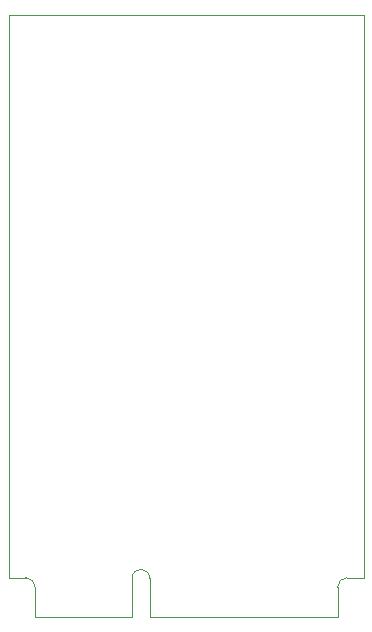
<source format=gbr>
G04 #@! TF.GenerationSoftware,KiCad,Pcbnew,5.1.5+dfsg1-2build2*
G04 #@! TF.CreationDate,2021-01-22T19:49:40+11:00*
G04 #@! TF.ProjectId,mPCIe-GNSS,6d504349-652d-4474-9e53-532e6b696361,1*
G04 #@! TF.SameCoordinates,Original*
G04 #@! TF.FileFunction,Other,Comment*
%FSLAX46Y46*%
G04 Gerber Fmt 4.6, Leading zero omitted, Abs format (unit mm)*
G04 Created by KiCad (PCBNEW 5.1.5+dfsg1-2build2) date 2021-01-22 19:49:40*
%MOMM*%
%LPD*%
G04 APERTURE LIST*
G04 #@! TA.AperFunction,Profile*
%ADD10C,0.050000*%
G04 #@! TD*
G04 APERTURE END LIST*
D10*
G04 #@! TO.C,PC1*
X132600000Y-126750000D02*
G75*
G02X134100000Y-126750000I750000J0D01*
G01*
X123600000Y-126700000D02*
G75*
G02X124400000Y-127500000I0J-800000D01*
G01*
X150800000Y-126700000D02*
G75*
G03X150000000Y-127500000I0J-800000D01*
G01*
X134100000Y-130000000D02*
X134100000Y-126750000D01*
X124400000Y-130000000D02*
X124400000Y-127500000D01*
X122200000Y-126700000D02*
X123600000Y-126700000D01*
X150000000Y-130000000D02*
X150000000Y-127500000D01*
X150800000Y-126700000D02*
X152200000Y-126700000D01*
X132600000Y-130000000D02*
X124400000Y-130000000D01*
X122200000Y-79050000D02*
X152200000Y-79050000D01*
X152200000Y-126700000D02*
X152200000Y-79050000D01*
X122200000Y-126700000D02*
X122200000Y-79050000D01*
X134100000Y-130000000D02*
X150000000Y-130000000D01*
X132600000Y-130000000D02*
X132600000Y-126750000D01*
G04 #@! TD*
M02*

</source>
